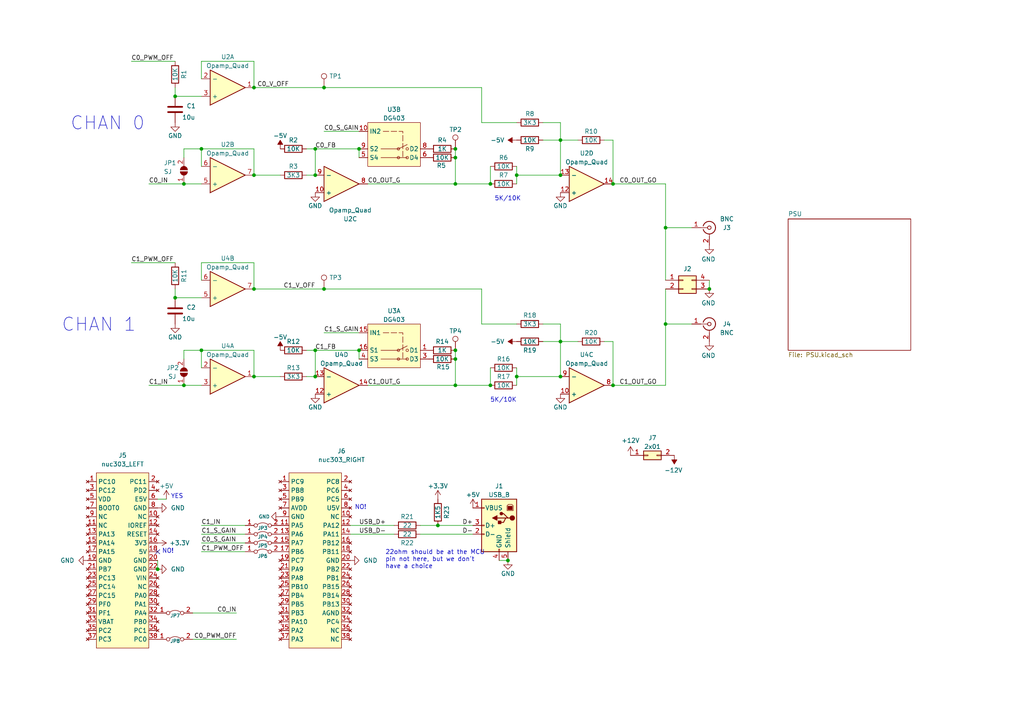
<source format=kicad_sch>
(kicad_sch (version 20231120) (generator "eeschema") (generator_version "8.0")
  (paper "A4")
  (lib_symbols
    (symbol "Connector:Conn_Coaxial" (pin_names (offset 1.016) hide)
      (property "Reference" "J" (at 0.254 3.048 0))
      (property "Value" "Conn_Coaxial" (at 2.921 0 90))
      (symbol "Conn_Coaxial_0_1"
        (arc (start -1.778 -0.508) (mid 0.2311 -1.8066) (end 1.778 0) (stroke (width 0.254)))
        (polyline (pts (xy -2.54 0) (xy -0.508 0)))
        (polyline (pts (xy 0 -2.54) (xy 0 -1.778)))
        (circle (center 0 0) (radius 0.508) (stroke (width 0.2032)))
        (arc (start 1.778 0) (mid 0.2099 1.8101) (end -1.778 0.508) (stroke (width 0.254)))
      )
      (symbol "Conn_Coaxial_1_1"
        (pin passive line (at -5.08 0 0) (length 2.54) (name "In") (number "1"))
        (pin passive line (at 0 -5.08 90) (length 2.54) (name "Ext") (number "2"))
      )
    )
    (symbol "Connector:TestPoint" (pin_numbers hide) (pin_names (offset 0.762) hide)
      (property "Reference" "TP" (at 0 6.858 0))
      (property "Value" "TestPoint" (at 0 5.08 0))
      (symbol "TestPoint_0_1"
        (circle (center 0 3.302) (radius 0.762))
      )
      (symbol "TestPoint_1_1"
        (pin passive line (at 0 0 90) (length 2.54) (name "1") (number "1"))
      )
    )
    (symbol "Connector:USB_B" (pin_names (offset 1.016))
      (property "Reference" "J" (at -5.08 11.43 0))
      (property "Value" "USB_B" (at -5.08 8.89 0))
      (symbol "USB_B_0_1"
        (rectangle (start -5.08 -7.62) (end 5.08 7.62) (stroke (width 0.254)) (fill (type background)))
        (circle (center -3.81 2.159) (radius 0.635) (stroke (width 0.254)) (fill (type outline)))
        (rectangle (start -3.81 5.588) (end -2.54 4.572) (fill (type outline)))
        (circle (center -0.635 3.429) (radius 0.381) (stroke (width 0.254)) (fill (type outline)))
        (rectangle (start -0.127 -7.62) (end 0.127 -6.858))
        (polyline (pts (xy -1.905 2.159) (xy 0.635 2.159)) (stroke (width 0.254)))
        (polyline (pts (xy -3.175 2.159) (xy -2.54 2.159) (xy -1.27 3.429) (xy -0.635 3.429)) (stroke (width 0.254)))
        (polyline (pts (xy -2.54 2.159) (xy -1.905 2.159) (xy -1.27 0.889) (xy 0 0.889)) (stroke (width 0.254)))
        (polyline (pts (xy 0.635 2.794) (xy 0.635 1.524) (xy 1.905 2.159) (xy 0.635 2.794)) (stroke (width 0.254)) (fill (type outline)))
        (polyline (pts (xy -4.064 4.318) (xy -2.286 4.318) (xy -2.286 5.715) (xy -2.667 6.096) (xy -3.683 6.096) (xy -4.064 5.715) (xy -4.064 4.318)))
        (rectangle (start 0.254 1.27) (end -0.508 0.508) (stroke (width 0.254)) (fill (type outline)))
        (rectangle (start 5.08 -2.667) (end 4.318 -2.413))
        (rectangle (start 5.08 -0.127) (end 4.318 0.127))
        (rectangle (start 5.08 4.953) (end 4.318 5.207))
      )
      (symbol "USB_B_1_1"
        (pin power_out line (at 7.62 5.08 180) (length 2.54) (name "VBUS") (number "1"))
        (pin bidirectional line (at 7.62 -2.54 180) (length 2.54) (name "D-") (number "2"))
        (pin bidirectional line (at 7.62 0 180) (length 2.54) (name "D+") (number "3"))
        (pin power_out line (at 0 -10.16 90) (length 2.54) (name "GND") (number "4"))
        (pin passive line (at -2.54 -10.16 90) (length 2.54) (name "Shield") (number "5"))
      )
    )
    (symbol "Connector_Generic:Conn_02x01" (pin_names (offset 1.016) hide)
      (property "Reference" "J" (at 1.27 2.54 0))
      (property "Value" "Conn_02x01" (at 1.27 -2.54 0))
      (symbol "Conn_02x01_1_1"
        (rectangle (start -1.27 0.127) (end 0 -0.127) (stroke (width 0.1524)))
        (rectangle (start -1.27 1.27) (end 3.81 -1.27) (stroke (width 0.254)) (fill (type background)))
        (rectangle (start 3.81 0.127) (end 2.54 -0.127) (stroke (width 0.1524)))
        (pin passive line (at -5.08 0 0) (length 3.81) (name "Pin_1") (number "1"))
        (pin passive line (at 7.62 0 180) (length 3.81) (name "Pin_2") (number "2"))
      )
    )
    (symbol "Connector_Generic:Conn_02x02_Counter_Clockwise" (pin_names (offset 1.016) hide)
      (property "Reference" "J" (at 1.27 2.54 0))
      (property "Value" "Conn_02x02_Counter_Clockwise" (at 1.27 -5.08 0))
      (symbol "Conn_02x02_Counter_Clockwise_1_1"
        (rectangle (start -1.27 -2.413) (end 0 -2.667) (stroke (width 0.1524)))
        (rectangle (start -1.27 0.127) (end 0 -0.127) (stroke (width 0.1524)))
        (rectangle (start -1.27 1.27) (end 3.81 -3.81) (stroke (width 0.254)) (fill (type background)))
        (rectangle (start 3.81 -2.413) (end 2.54 -2.667) (stroke (width 0.1524)))
        (rectangle (start 3.81 0.127) (end 2.54 -0.127) (stroke (width 0.1524)))
        (pin passive line (at -5.08 0 0) (length 3.81) (name "Pin_1") (number "1"))
        (pin passive line (at -5.08 -2.54 0) (length 3.81) (name "Pin_2") (number "2"))
        (pin passive line (at 7.62 -2.54 180) (length 3.81) (name "Pin_3") (number "3"))
        (pin passive line (at 7.62 0 180) (length 3.81) (name "Pin_4") (number "4"))
      )
    )
    (symbol "Device:C" (pin_numbers hide) (pin_names (offset 0.254))
      (property "Reference" "C" (at 0.635 2.54 0))
      (property "Value" "C" (at 0.635 -2.54 0))
      (symbol "C_0_1"
        (polyline (pts (xy -2.032 -0.762) (xy 2.032 -0.762)) (stroke (width 0.508)))
        (polyline (pts (xy -2.032 0.762) (xy 2.032 0.762)) (stroke (width 0.508)))
      )
      (symbol "C_1_1"
        (pin passive line (at 0 3.81 270) (length 2.794) (name "~") (number "1"))
        (pin passive line (at 0 -3.81 90) (length 2.794) (name "~") (number "2"))
      )
    )
    (symbol "Device:Opamp_Quad"
      (property "Reference" "U" (at 0 5.08 0))
      (property "Value" "Opamp_Quad" (at 0 -5.08 0))
      (symbol "Opamp_Quad_1_1"
        (polyline (pts (xy -5.08 5.08) (xy 5.08 0) (xy -5.08 -5.08) (xy -5.08 5.08)) (stroke (width 0.254)) (fill (type background)))
        (pin output line (at 7.62 0 180) (length 2.54) (name "~") (number "1"))
        (pin input line (at -7.62 -2.54 0) (length 2.54) (name "-") (number "2"))
        (pin input line (at -7.62 2.54 0) (length 2.54) (name "+") (number "3"))
      )
      (symbol "Opamp_Quad_2_1"
        (polyline (pts (xy -5.08 5.08) (xy 5.08 0) (xy -5.08 -5.08) (xy -5.08 5.08)) (stroke (width 0.254)) (fill (type background)))
        (pin input line (at -7.62 2.54 0) (length 2.54) (name "+") (number "5"))
        (pin input line (at -7.62 -2.54 0) (length 2.54) (name "-") (number "6"))
        (pin output line (at 7.62 0 180) (length 2.54) (name "~") (number "7"))
      )
      (symbol "Opamp_Quad_3_1"
        (polyline (pts (xy -5.08 5.08) (xy 5.08 0) (xy -5.08 -5.08) (xy -5.08 5.08)) (stroke (width 0.254)) (fill (type background)))
        (pin input line (at -7.62 2.54 0) (length 2.54) (name "+") (number "10"))
        (pin output line (at 7.62 0 180) (length 2.54) (name "~") (number "8"))
        (pin input line (at -7.62 -2.54 0) (length 2.54) (name "-") (number "9"))
      )
      (symbol "Opamp_Quad_4_1"
        (polyline (pts (xy -5.08 5.08) (xy 5.08 0) (xy -5.08 -5.08) (xy -5.08 5.08)) (stroke (width 0.254)) (fill (type background)))
        (pin input line (at -7.62 2.54 0) (length 2.54) (name "+") (number "12"))
        (pin input line (at -7.62 -2.54 0) (length 2.54) (name "-") (number "13"))
        (pin output line (at 7.62 0 180) (length 2.54) (name "~") (number "14"))
      )
      (symbol "Opamp_Quad_5_1"
        (pin power_in line (at -2.54 -7.62 90) (length 3.81) (name "V-") (number "11"))
        (pin power_in line (at -2.54 7.62 270) (length 3.81) (name "V+") (number "4"))
      )
    )
    (symbol "Device:R" (pin_numbers hide) (pin_names (offset 0))
      (property "Reference" "R" (at 2.032 0 90))
      (property "Value" "R" (at 0 0 90))
      (symbol "R_0_1"
        (rectangle (start -1.016 -2.54) (end 1.016 2.54) (stroke (width 0.254)))
      )
      (symbol "R_1_1"
        (pin passive line (at 0 3.81 270) (length 1.27) (name "~") (number "1"))
        (pin passive line (at 0 -3.81 90) (length 1.27) (name "~") (number "2"))
      )
    )
    (symbol "Jumper:Jumper_2_Bridged" (pin_names (offset 0) hide)
      (property "Reference" "JP" (at 0 1.905 0))
      (property "Value" "Jumper_2_Bridged" (at 0 -2.54 0))
      (symbol "Jumper_2_Bridged_0_0"
        (circle (center -2.032 0) (radius 0.508))
        (circle (center 2.032 0) (radius 0.508))
      )
      (symbol "Jumper_2_Bridged_0_1"
        (arc (start 1.524 0.254) (mid 0 0.762) (end -1.524 0.254))
      )
      (symbol "Jumper_2_Bridged_1_1"
        (pin passive line (at -5.08 0 0) (length 2.54) (name "A") (number "1"))
        (pin passive line (at 5.08 0 180) (length 2.54) (name "B") (number "2"))
      )
    )
    (symbol "Jumper:SolderJumper_2_Open" (pin_names (offset 0) hide)
      (property "Reference" "JP" (at 0 2.032 0))
      (property "Value" "SolderJumper_2_Open" (at 0 -2.54 0))
      (symbol "SolderJumper_2_Open_0_1"
        (arc (start -0.254 1.016) (mid -1.2656 0) (end -0.254 -1.016))
        (arc (start -0.254 1.016) (mid -1.2656 0) (end -0.254 -1.016) (fill (type outline)))
        (polyline (pts (xy -0.254 1.016) (xy -0.254 -1.016)))
        (polyline (pts (xy 0.254 1.016) (xy 0.254 -1.016)))
        (arc (start 0.254 -1.016) (mid 1.2656 0) (end 0.254 1.016))
        (arc (start 0.254 -1.016) (mid 1.2656 0) (end 0.254 1.016) (fill (type outline)))
      )
      (symbol "SolderJumper_2_Open_1_1"
        (pin passive line (at -3.81 0 0) (length 2.54) (name "A") (number "1"))
        (pin passive line (at 3.81 0 180) (length 2.54) (name "B") (number "2"))
      )
    )
    (symbol "awg_lib:DG403"
      (property "Reference" "U" (at -1.905 1.27 0))
      (property "Value" "DG403" (at -1.27 -0.635 0))
      (symbol "DG403_1_1"
        (rectangle (start -17.78 -2.54) (end -2.54 -15.24) (fill (type background)))
        (circle (center -8.89 -12.7) (radius 0.3592))
        (circle (center -8.89 -10.16) (radius 0.3592))
        (circle (center -6.35 -12.7) (radius 0.3592))
        (circle (center -6.35 -10.16) (radius 0.3592))
        (polyline (pts (xy -13.97 -12.7) (xy -8.89 -12.7)))
        (polyline (pts (xy -13.97 -10.16) (xy -8.89 -10.16)))
        (polyline (pts (xy -8.89 -12.7) (xy -6.35 -12.7)))
        (polyline (pts (xy -8.89 -10.16) (xy -6.35 -8.89)))
        (polyline (pts (xy -13.335 -5.08) (xy -7.62 -5.08) (xy -7.62 -12.7)) (stroke (width 0) (type dash)))
        (pin input line (at 0 -10.16 180) (length 2.54) (name "D1") (number "1"))
        (pin input line (at -20.32 -5.08 0) (length 2.54) (name "IN1") (number "15"))
        (pin input line (at -20.32 -10.16 0) (length 2.54) (name "S1") (number "16"))
        (pin input line (at 0 -12.7 180) (length 2.54) (name "D3") (number "3"))
        (pin input line (at -20.32 -12.7 0) (length 2.54) (name "S3") (number "4"))
      )
      (symbol "DG403_2_1"
        (rectangle (start -7.62 -2.54) (end 7.62 -15.24) (fill (type background)))
        (polyline (pts (xy -3.81 -12.7) (xy 1.27 -12.7)))
        (polyline (pts (xy -3.81 -10.16) (xy 1.27 -10.16)))
        (polyline (pts (xy 1.27 -12.7) (xy 3.81 -12.7)))
        (polyline (pts (xy 1.27 -10.16) (xy 3.81 -8.89)))
        (polyline (pts (xy -3.175 -5.08) (xy 2.54 -5.08) (xy 2.54 -12.7)) (stroke (width 0) (type dash)))
        (circle (center 1.27 -12.7) (radius 0.3592))
        (circle (center 1.27 -10.16) (radius 0.3592))
        (circle (center 3.81 -12.7) (radius 0.3592))
        (circle (center 3.81 -10.16) (radius 0.3592))
        (pin input line (at -10.16 -5.08 0) (length 2.54) (name "IN2") (number "10"))
        (pin input line (at -10.16 -12.7 0) (length 2.54) (name "S4") (number "5"))
        (pin input line (at 10.16 -12.7 180) (length 2.54) (name "D4") (number "6"))
        (pin input line (at 10.16 -10.16 180) (length 2.54) (name "D2") (number "8"))
        (pin input line (at -10.16 -10.16 0) (length 2.54) (name "S2") (number "9"))
      )
      (symbol "DG403_3_0"
        (pin no_connect line (at 7.62 -12.7 180) (length 2.54) hide (name "NC") (number "2"))
        (pin no_connect line (at -10.16 -12.7 0) (length 2.54) hide (name "NC") (number "7"))
      )
      (symbol "DG403_3_1"
        (rectangle (start -7.62 -7.62) (end 5.08 -17.78) (fill (type background)))
        (pin power_in line (at 2.54 -5.08 270) (length 2.54) (name "V+") (number "11"))
        (pin power_in line (at -5.08 -5.08 270) (length 2.54) (name "VL") (number "12"))
        (pin power_in line (at -5.08 -20.32 90) (length 2.54) (name "GND") (number "13"))
        (pin power_in line (at 2.54 -20.32 90) (length 2.54) (name "V-") (number "14"))
      )
    )
    (symbol "awg_lib:nuc303_LEFT"
      (property "Reference" "J" (at 0 2.54 0))
      (property "Value" "nuc303_LEFT" (at 0 5.08 0))
      (symbol "nuc303_LEFT_0_0"
        (pin no_connect line (at -10.16 -2.54 0) (length 2.54) (name "PC10") (number "1"))
        (pin no_connect line (at 10.16 -12.7 180) (length 2.54) (name "NC") (number "10"))
        (pin no_connect line (at -10.16 -15.24 0) (length 2.54) (name "NC") (number "11"))
        (pin no_connect line (at 10.16 -15.24 180) (length 2.54) (name "IOREF") (number "12"))
        (pin no_connect line (at -10.16 -17.78 0) (length 2.54) (name "PA13") (number "13"))
        (pin no_connect line (at 10.16 -17.78 180) (length 2.54) (name "RESET") (number "14"))
        (pin no_connect line (at -10.16 -20.32 0) (length 2.54) (name "PA14") (number "15"))
        (pin power_out line (at 10.16 -20.32 180) (length 2.54) (name "3V3") (number "16"))
        (pin no_connect line (at -10.16 -22.86 0) (length 2.54) (name "PA15") (number "17"))
        (pin power_out line (at 10.16 -22.86 180) (length 2.54) (name "5V") (number "18"))
        (pin power_in line (at -10.16 -25.4 0) (length 2.54) (name "GND") (number "19"))
        (pin no_connect line (at 10.16 -2.54 180) (length 2.54) (name "PC11") (number "2"))
        (pin power_in line (at 10.16 -25.4 180) (length 2.54) (name "GND") (number "20"))
        (pin no_connect line (at -10.16 -27.94 0) (length 2.54) (name "PB7") (number "21"))
        (pin power_in line (at 10.16 -27.94 180) (length 2.54) (name "GND") (number "22"))
        (pin no_connect line (at -10.16 -30.48 0) (length 2.54) (name "PC13") (number "23"))
        (pin no_connect line (at 10.16 -30.48 180) (length 2.54) (name "VIN") (number "24"))
        (pin no_connect line (at -10.16 -33.02 0) (length 2.54) (name "PC14") (number "25"))
        (pin no_connect line (at 10.16 -33.02 180) (length 2.54) (name "NC") (number "26"))
        (pin no_connect line (at -10.16 -35.56 0) (length 2.54) (name "PC15") (number "27"))
        (pin no_connect line (at 10.16 -35.56 180) (length 2.54) (name "PA0") (number "28"))
        (pin no_connect line (at -10.16 -38.1 0) (length 2.54) (name "PF0") (number "29"))
        (pin no_connect line (at -10.16 -5.08 0) (length 2.54) (name "PC12") (number "3"))
        (pin no_connect line (at 10.16 -38.1 180) (length 2.54) (name "PA1") (number "30"))
        (pin no_connect line (at -10.16 -40.64 0) (length 2.54) (name "PF1") (number "31"))
        (pin output line (at 10.16 -40.64 180) (length 2.54) (name "PA4") (number "32"))
        (pin no_connect line (at -10.16 -43.18 0) (length 2.54) (name "VBAT") (number "33"))
        (pin no_connect line (at 10.16 -43.18 180) (length 2.54) (name "PB0") (number "34"))
        (pin no_connect line (at -10.16 -45.72 0) (length 2.54) (name "PC2") (number "35"))
        (pin no_connect line (at 10.16 -45.72 180) (length 2.54) (name "PC1") (number "36"))
        (pin no_connect line (at -10.16 -48.26 0) (length 2.54) (name "PC3") (number "37"))
        (pin no_connect line (at 10.16 -5.08 180) (length 2.54) (name "PD2") (number "4"))
        (pin no_connect line (at -10.16 -7.62 0) (length 2.54) (name "VDD") (number "5"))
        (pin power_in line (at 10.16 -7.62 180) (length 2.54) (name "E5V") (number "6"))
        (pin no_connect line (at -10.16 -10.16 0) (length 2.54) (name "BOOT0") (number "7"))
        (pin power_in line (at 10.16 -10.16 180) (length 2.54) (name "GND") (number "8"))
        (pin no_connect line (at -10.16 -12.7 0) (length 2.54) (name "NC") (number "9"))
      )
      (symbol "nuc303_LEFT_1_0"
        (pin output line (at 10.16 -48.26 180) (length 2.54) (name "PC0") (number "38"))
      )
      (symbol "nuc303_LEFT_1_1"
        (rectangle (start -7.62 0) (end 7.62 -50.8) (fill (type background)))
      )
    )
    (symbol "awg_lib:nuc303_RIGHT"
      (property "Reference" "J" (at 1.27 3.81 0))
      (property "Value" "nuc303_RIGHT" (at 0 7.62 0))
      (symbol "nuc303_RIGHT_0_0"
        (pin no_connect line (at -7.62 -2.54 0) (length 2.54) (name "PC9") (number "1"))
        (pin no_connect line (at 12.7 -12.7 180) (length 2.54) (name "NC") (number "10"))
        (pin no_connect line (at 12.7 -20.32 180) (length 2.54) (name "PB12") (number "16"))
        (pin no_connect line (at 12.7 -22.86 180) (length 2.54) (name "PB11") (number "18"))
        (pin no_connect line (at -7.62 -25.4 0) (length 2.54) (name "PC7") (number "19"))
        (pin no_connect line (at 12.7 -2.54 180) (length 2.54) (name "PC8") (number "2"))
        (pin power_in line (at 12.7 -25.4 180) (length 2.54) (name "GND") (number "20"))
        (pin no_connect line (at -7.62 -27.94 0) (length 2.54) (name "PA9") (number "21"))
        (pin no_connect line (at 12.7 -27.94 180) (length 2.54) (name "PB2") (number "22"))
        (pin no_connect line (at -7.62 -30.48 0) (length 2.54) (name "PA8") (number "23"))
        (pin no_connect line (at 12.7 -30.48 180) (length 2.54) (name "PB1") (number "24"))
        (pin no_connect line (at -7.62 -33.02 0) (length 2.54) (name "PB10") (number "25"))
        (pin no_connect line (at 12.7 -33.02 180) (length 2.54) (name "PB15") (number "26"))
        (pin no_connect line (at -7.62 -35.56 0) (length 2.54) (name "PB4") (number "27"))
        (pin no_connect line (at 12.7 -35.56 180) (length 2.54) (name "PB14") (number "28"))
        (pin no_connect line (at -7.62 -38.1 0) (length 2.54) (name "PB5") (number "29"))
        (pin no_connect line (at -7.62 -5.08 0) (length 2.54) (name "PB8") (number "3"))
        (pin no_connect line (at 12.7 -38.1 180) (length 2.54) (name "PB13") (number "30"))
        (pin no_connect line (at -7.62 -40.64 0) (length 2.54) (name "PB3") (number "31"))
        (pin no_connect line (at 12.7 -40.64 180) (length 2.54) (name "AGND") (number "32"))
        (pin no_connect line (at -7.62 -43.18 0) (length 2.54) (name "PA10") (number "33"))
        (pin no_connect line (at 12.7 -43.18 180) (length 2.54) (name "PC4") (number "34"))
        (pin no_connect line (at -7.62 -45.72 0) (length 2.54) (name "PA2") (number "35"))
        (pin no_connect line (at 12.7 -45.72 180) (length 2.54) (name "NC") (number "36"))
        (pin no_connect line (at -7.62 -48.26 0) (length 2.54) (name "PA3") (number "37"))
        (pin no_connect line (at 12.7 -48.26 180) (length 2.54) (name "NC") (number "38"))
        (pin no_connect line (at 12.7 -5.08 180) (length 2.54) (name "PC6") (number "4"))
        (pin no_connect line (at -7.62 -7.62 0) (length 2.54) (name "PB9") (number "5"))
        (pin no_connect line (at 12.7 -7.62 180) (length 2.54) (name "PC5") (number "6"))
        (pin no_connect line (at -7.62 -10.16 0) (length 2.54) (name "AVDD") (number "7"))
        (pin no_connect line (at 12.7 -10.16 180) (length 2.54) (name "U5V") (number "8"))
        (pin power_in line (at -7.62 -12.7 0) (length 2.54) (name "GND") (number "9"))
      )
      (symbol "nuc303_RIGHT_1_0"
        (pin output line (at -7.62 -15.24 0) (length 2.54) (name "PA5") (number "11"))
        (pin input line (at 12.7 -15.24 180) (length 2.54) (name "PA12") (number "12"))
        (pin output line (at -7.62 -17.78 0) (length 2.54) (name "PA6") (number "13"))
        (pin input line (at 12.7 -17.78 180) (length 2.54) (name "PA11") (number "14"))
        (pin output line (at -7.62 -20.32 0) (length 2.54) (name "PA7") (number "15"))
        (pin output line (at -7.62 -22.86 0) (length 2.54) (name "PB6") (number "17"))
      )
      (symbol "nuc303_RIGHT_1_1"
        (rectangle (start -5.08 0) (end 10.16 -50.8) (fill (type background)))
      )
    )
    (symbol "power:+12V" (power) (pin_names (offset 0))
      (property "Value" "+12V" (at 0 3.556 0))
      (symbol "+12V_0_1"
        (polyline (pts (xy -0.762 1.27) (xy 0 2.54)))
        (polyline (pts (xy 0 0) (xy 0 2.54)))
        (polyline (pts (xy 0 2.54) (xy 0.762 1.27)))
      )
      (symbol "+12V_1_1"
        (pin power_in line (at 0 0 90) (length 0) hide (name "+12V") (number "1"))
      )
    )
    (symbol "power:+3.3V" (power) (pin_names (offset 0))
      (property "Value" "+3.3V" (at 0 3.556 0))
      (symbol "+3.3V_0_1"
        (polyline (pts (xy -0.762 1.27) (xy 0 2.54)))
        (polyline (pts (xy 0 0) (xy 0 2.54)))
        (polyline (pts (xy 0 2.54) (xy 0.762 1.27)))
      )
      (symbol "+3.3V_1_1"
        (pin power_in line (at 0 0 90) (length 0) hide (name "+3.3V") (number "1"))
      )
    )
    (symbol "power:+5V" (power) (pin_names (offset 0))
      (property "Value" "+5V" (at 0 3.556 0))
      (symbol "+5V_0_1"
        (polyline (pts (xy -0.762 1.27) (xy 0 2.54)))
        (polyline (pts (xy 0 0) (xy 0 2.54)))
        (polyline (pts (xy 0 2.54) (xy 0.762 1.27)))
      )
      (symbol "+5V_1_1"
        (pin power_in line (at 0 0 90) (length 0) hide (name "+5V") (number "1"))
      )
    )
    (symbol "power:-12V" (power) (pin_names (offset 0))
      (property "Value" "-12V" (at 0 3.81 0))
      (symbol "-12V_0_0"
        (pin power_in line (at 0 0 90) (length 0) hide (name "-12V") (number "1"))
      )
      (symbol "-12V_0_1"
        (polyline (pts (xy 0 0) (xy 0 1.27) (xy 0.762 1.27) (xy 0 2.54) (xy -0.762 1.27) (xy 0 1.27)) (fill (type outline)))
      )
    )
    (symbol "power:-5V" (power) (pin_names (offset 0))
      (property "Value" "-5V" (at 0 3.81 0))
      (symbol "-5V_0_0"
        (pin power_in line (at 0 0 90) (length 0) hide (name "-5V") (number "1"))
      )
      (symbol "-5V_0_1"
        (polyline (pts (xy 0 0) (xy 0 1.27) (xy 0.762 1.27) (xy 0 2.54) (xy -0.762 1.27) (xy 0 1.27)) (fill (type outline)))
      )
    )
    (symbol "power:GND" (power) (pin_names (offset 0))
      (property "Value" "GND" (at 0 -3.81 0))
      (symbol "GND_0_1"
        (polyline (pts (xy 0 0) (xy 0 -1.27) (xy 1.27 -1.27) (xy 0 -2.54) (xy -1.27 -1.27) (xy 0 -1.27)))
      )
      (symbol "GND_1_1"
        (pin power_in line (at 0 0 270) (length 0) hide (name "GND") (number "1"))
      )
    )
  )
  (junction (at 162.56 99.06))
  (junction (at 53.34 111.76))
  (junction (at 91.44 43.18))
  (junction (at 50.8 27.94))
  (junction (at 177.8 111.76))
  (junction (at 91.44 101.6))
  (junction (at 205.74 83.82))
  (junction (at 132.08 111.76))
  (junction (at 162.56 109.22))
  (junction (at 93.98 83.82))
  (junction (at 132.08 101.6))
  (junction (at 193.04 66.04))
  (junction (at 162.56 50.8))
  (junction (at 91.44 109.22))
  (junction (at 50.8 86.36))
  (junction (at 73.66 25.4))
  (junction (at 91.44 50.8))
  (junction (at 93.98 25.4))
  (junction (at 149.86 50.8))
  (junction (at 127 152.4))
  (junction (at 149.86 109.22))
  (junction (at 45.72 165.1))
  (junction (at 73.66 83.82))
  (junction (at 177.8 53.34))
  (junction (at 193.04 93.98))
  (junction (at 58.42 43.18))
  (junction (at 104.14 43.18))
  (junction (at 132.08 104.14))
  (junction (at 162.56 40.64))
  (junction (at 53.34 53.34))
  (junction (at 142.24 111.76))
  (junction (at 58.42 101.6))
  (junction (at 147.32 162.56))
  (junction (at 73.66 109.22))
  (junction (at 104.14 101.6))
  (junction (at 142.24 53.34))
  (junction (at 132.08 45.72))
  (junction (at 73.66 50.8))
  (junction (at 132.08 43.18))
  (junction (at 132.08 53.34))
  (no_connect (at 45.72 160.02))
  (wire (pts (xy 50.8 86.36) (xy 58.42 86.36)))
  (wire (pts (xy 58.42 17.78) (xy 73.66 17.78)))
  (wire (pts (xy 157.48 93.98) (xy 162.56 93.98)))
  (wire (pts (xy 58.42 81.28) (xy 58.42 76.2)))
  (wire (pts (xy 53.34 43.18) (xy 58.42 43.18)))
  (wire (pts (xy 68.58 177.8) (xy 55.88 177.8)))
  (wire (pts (xy 149.86 106.68) (xy 149.86 109.22)))
  (wire (pts (xy 50.8 27.94) (xy 58.42 27.94)))
  (wire (pts (xy 53.34 101.6) (xy 58.42 101.6)))
  (wire (pts (xy 43.18 111.76) (xy 53.34 111.76)))
  (wire (pts (xy 53.34 43.18) (xy 53.34 45.72)))
  (wire (pts (xy 205.74 83.82) (xy 205.74 81.28)))
  (wire (pts (xy 58.42 43.18) (xy 73.66 43.18)))
  (wire (pts (xy 73.66 17.78) (xy 73.66 25.4)))
  (wire (pts (xy 91.44 101.6) (xy 91.44 109.22)))
  (wire (pts (xy 114.3 154.94) (xy 101.6 154.94)))
  (wire (pts (xy 73.66 43.18) (xy 73.66 50.8)))
  (wire (pts (xy 132.08 45.72) (xy 132.08 53.34)))
  (wire (pts (xy 73.66 101.6) (xy 73.66 109.22)))
  (wire (pts (xy 149.86 109.22) (xy 149.86 111.76)))
  (wire (pts (xy 73.66 25.4) (xy 93.98 25.4)))
  (wire (pts (xy 73.66 109.22) (xy 81.28 109.22)))
  (wire (pts (xy 58.42 157.48) (xy 71.12 157.48)))
  (wire (pts (xy 106.68 53.34) (xy 132.08 53.34)))
  (wire (pts (xy 162.56 35.56) (xy 162.56 40.64)))
  (wire (pts (xy 177.8 99.06) (xy 177.8 111.76)))
  (wire (pts (xy 139.7 93.98) (xy 149.86 93.98)))
  (wire (pts (xy 142.24 106.68) (xy 142.24 111.76)))
  (wire (pts (xy 162.56 93.98) (xy 162.56 99.06)))
  (wire (pts (xy 127 152.4) (xy 121.92 152.4)))
  (wire (pts (xy 58.42 152.4) (xy 71.12 152.4)))
  (wire (pts (xy 93.98 96.52) (xy 104.14 96.52)))
  (wire (pts (xy 91.44 43.18) (xy 104.14 43.18)))
  (wire (pts (xy 88.9 101.6) (xy 91.44 101.6)))
  (wire (pts (xy 50.8 25.4) (xy 50.8 27.94)))
  (wire (pts (xy 93.98 25.4) (xy 139.7 25.4)))
  (wire (pts (xy 38.1 76.2) (xy 50.8 76.2)))
  (wire (pts (xy 38.1 17.78) (xy 50.8 17.78)))
  (wire (pts (xy 88.9 43.18) (xy 91.44 43.18)))
  (wire (pts (xy 104.14 101.6) (xy 104.14 104.14)))
  (wire (pts (xy 93.98 38.1) (xy 104.14 38.1)))
  (wire (pts (xy 73.66 50.8) (xy 81.28 50.8)))
  (wire (pts (xy 147.32 162.56) (xy 144.78 162.56)))
  (wire (pts (xy 193.04 66.04) (xy 193.04 81.28)))
  (wire (pts (xy 162.56 99.06) (xy 157.48 99.06)))
  (wire (pts (xy 55.88 185.42) (xy 68.58 185.42)))
  (wire (pts (xy 58.42 154.94) (xy 71.12 154.94)))
  (wire (pts (xy 175.26 40.64) (xy 177.8 40.64)))
  (wire (pts (xy 193.04 93.98) (xy 193.04 111.76)))
  (wire (pts (xy 58.42 76.2) (xy 73.66 76.2)))
  (wire (pts (xy 139.7 83.82) (xy 139.7 93.98)))
  (wire (pts (xy 93.98 83.82) (xy 139.7 83.82)))
  (wire (pts (xy 149.86 50.8) (xy 162.56 50.8)))
  (wire (pts (xy 193.04 66.04) (xy 200.66 66.04)))
  (wire (pts (xy 50.8 83.82) (xy 50.8 86.36)))
  (wire (pts (xy 104.14 43.18) (xy 104.14 45.72)))
  (wire (pts (xy 73.66 76.2) (xy 73.66 83.82)))
  (wire (pts (xy 162.56 40.64) (xy 157.48 40.64)))
  (wire (pts (xy 177.8 40.64) (xy 177.8 53.34)))
  (wire (pts (xy 177.8 53.34) (xy 193.04 53.34)))
  (wire (pts (xy 58.42 106.68) (xy 58.42 101.6)))
  (wire (pts (xy 121.92 154.94) (xy 137.16 154.94)))
  (wire (pts (xy 139.7 25.4) (xy 139.7 35.56)))
  (wire (pts (xy 175.26 99.06) (xy 177.8 99.06)))
  (wire (pts (xy 193.04 53.34) (xy 193.04 66.04)))
  (wire (pts (xy 91.44 101.6) (xy 104.14 101.6)))
  (wire (pts (xy 132.08 104.14) (xy 132.08 111.76)))
  (wire (pts (xy 149.86 50.8) (xy 149.86 53.34)))
  (wire (pts (xy 132.08 43.18) (xy 132.08 45.72)))
  (wire (pts (xy 162.56 109.22) (xy 162.56 99.06)))
  (wire (pts (xy 162.56 109.22) (xy 149.86 109.22)))
  (wire (pts (xy 58.42 101.6) (xy 73.66 101.6)))
  (wire (pts (xy 127 152.4) (xy 137.16 152.4)))
  (wire (pts (xy 45.72 165.1) (xy 45.72 162.56)))
  (wire (pts (xy 193.04 83.82) (xy 193.04 93.98)))
  (wire (pts (xy 88.9 50.8) (xy 91.44 50.8)))
  (wire (pts (xy 142.24 48.26) (xy 142.24 53.34)))
  (wire (pts (xy 114.3 152.4) (xy 101.6 152.4)))
  (wire (pts (xy 88.9 109.22) (xy 91.44 109.22)))
  (wire (pts (xy 132.08 101.6) (xy 132.08 104.14)))
  (wire (pts (xy 43.18 53.34) (xy 53.34 53.34)))
  (wire (pts (xy 53.34 101.6) (xy 53.34 104.14)))
  (wire (pts (xy 132.08 111.76) (xy 142.24 111.76)))
  (wire (pts (xy 91.44 43.18) (xy 91.44 50.8)))
  (wire (pts (xy 200.66 93.98) (xy 193.04 93.98)))
  (wire (pts (xy 132.08 53.34) (xy 142.24 53.34)))
  (wire (pts (xy 58.42 22.86) (xy 58.42 17.78)))
  (wire (pts (xy 73.66 83.82) (xy 93.98 83.82)))
  (wire (pts (xy 48.26 144.78) (xy 45.72 144.78)))
  (wire (pts (xy 58.42 48.26) (xy 58.42 43.18)))
  (wire (pts (xy 139.7 35.56) (xy 149.86 35.56)))
  (wire (pts (xy 106.68 111.76) (xy 132.08 111.76)))
  (wire (pts (xy 58.42 160.02) (xy 71.12 160.02)))
  (wire (pts (xy 162.56 40.64) (xy 162.56 50.8)))
  (wire (pts (xy 162.56 99.06) (xy 167.64 99.06)))
  (wire (pts (xy 149.86 48.26) (xy 149.86 50.8)))
  (wire (pts (xy 162.56 40.64) (xy 167.64 40.64)))
  (wire (pts (xy 53.34 111.76) (xy 58.42 111.76)))
  (wire (pts (xy 53.34 53.34) (xy 58.42 53.34)))
  (wire (pts (xy 177.8 111.76) (xy 193.04 111.76)))
  (wire (pts (xy 157.48 35.56) (xy 162.56 35.56)))
  (text "CHAN 1" (at 17.78 96.52 0) (effects (font (size 3.81 3.81)) (justify left bottom)))
  (text "22ohm should be at the MCU\npin not here, but we don't\nhave a choice" (at 111.76 165.1 0) (effects (font (size 1.27 1.27)) (justify left bottom)))
  (text "NO!\n" (at 46.99 160.655 0) (effects (font (size 1.27 1.27)) (justify left bottom)))
  (text "YES" (at 49.53 144.78 0) (effects (font (size 1.27 1.27)) (justify left bottom)))
  (text "5K/10K" (at 149.86 116.84 0) (effects (font (size 1.27 1.27)) (justify right bottom)))
  (text "5K/10K" (at 151.13 58.42 0) (effects (font (size 1.27 1.27)) (justify right bottom)))
  (text "CHAN 0" (at 20.32 38.1 0) (effects (font (size 3.81 3.81)) (justify left bottom)))
  (text "NO!\n" (at 102.87 147.955 0) (effects (font (size 1.27 1.27)) (justify left bottom)))
  (label "C0_V_OFF" (at 83.82 25.4 180))
  (label "C0_OUT_GO" (at 190.5 53.34 180))
  (label "C0_PWM_OFF" (at 38.1 17.78 0))
  (label "C0_PWM_OFF" (at 68.58 185.42 180))
  (label "C0_IN" (at 43.18 53.34 0))
  (label "C1_IN" (at 58.42 152.4 0))
  (label "D+" (at 137.16 152.4 180))
  (label "USB_D+" (at 104.14 152.4 0))
  (label "C1_PWM_OFF" (at 58.42 160.02 0))
  (label "C1_PWM_OFF" (at 38.1 76.2 0))
  (label "C1_FB" (at 91.44 101.6 0))
  (label "C0_IN" (at 68.58 177.8 180))
  (label "C1_OUT_G" (at 106.68 111.76 0))
  (label "C0_S_GAIN" (at 93.98 38.1 0))
  (label "USB_D-" (at 104.14 154.94 0))
  (label "C1_S_GAIN" (at 58.42 154.94 0))
  (label "C1_IN" (at 43.18 111.76 0))
  (label "C0_FB" (at 91.44 43.18 0))
  (label "C1_OUT_GO" (at 190.5 111.76 180))
  (label "D-" (at 137.16 154.94 180))
  (label "C0_OUT_G" (at 106.68 53.34 0))
  (label "C1_V_OFF" (at 91.44 83.82 180))
  (label "C1_S_GAIN" (at 93.98 96.52 0))
  (label "C0_S_GAIN" (at 58.42 157.48 0))
  (symbol (lib_id "Device:Opamp_Quad") (at 170.18 111.76 0) (mirror x) (unit 3)
    (property "Reference" "U4" (at 170.18 102.87 0))
    (property "Value" "Opamp_Quad" (at 170.18 105.41 0))
    (property "Footprint" "awg_fp_lib:SOIC-14" (effects (hide yes)))
  )
  (symbol (lib_id "Device:R") (at 50.8 21.59 0) (unit 1)
    (property "Reference" "R1" (at 53.34 21.59 90))
    (property "Value" "10K" (at 50.8 21.59 90))
    (property "Footprint" "Resistor_SMD:R_0603_1608Metric" (effects (hide yes)))
  )
  (symbol (lib_id "awg_lib:nuc303_LEFT") (at 35.56 137.16 0) (unit 1)
    (property "Reference" "J5" (at 35.56 132.08 0))
    (property "Value" "nuc303_LEFT" (at 35.56 134.62 0))
    (property "Footprint" "Connector_PinHeader_2.54mm:PinHeader_2x19_P2.54mm_Vertical" (effects (hide yes)))
  )
  (symbol (lib_id "Device:R") (at 128.27 104.14 270) (mirror x) (unit 1)
    (property "Reference" "R15" (at 128.524 106.426 90))
    (property "Value" "10K" (at 128.27 104.14 90))
    (property "Footprint" "Resistor_SMD:R_0603_1608Metric" (effects (hide yes)))
  )
  (symbol (lib_id "power:GND") (at 162.56 55.88 0) (unit 1)
    (property "Reference" "#PWR01019" (effects (hide yes)))
    (property "Value" "GND" (at 164.592 59.69 0) (effects (justify right)))
  )
  (symbol (lib_id "power:GND") (at 81.28 149.86 270) (unit 1)
    (property "Reference" "#PWR01010" (effects (hide yes)))
    (property "Value" "GND" (at 78.232 149.86 90) (effects (font (size 1 1)) (justify right)))
  )
  (symbol (lib_id "Jumper:Jumper_2_Bridged") (at 76.2 157.48 0) (unit 1)
    (property "Reference" "JP5" (at 76.2 158.242 0) (effects (font (size 1 1))))
    (property "Value" "JP" (effects (hide yes)))
    (property "Footprint" "Jumper:SolderJumper-2_P1.3mm_Bridged_RoundedPad1.0x1.5mm" (effects (hide yes)))
  )
  (symbol (lib_id "Connector_Generic:Conn_02x02_Counter_Clockwise") (at 198.12 81.28 0) (unit 1)
    (property "Reference" "J2" (at 199.39 77.978 0))
    (property "Value" "02x02" (effects (hide yes)))
    (property "Footprint" "awg_fp_lib:2x02" (effects (hide yes)))
  )
  (symbol (lib_id "power:GND") (at 25.4 162.56 270) (unit 1)
    (property "Reference" "#PWR01001" (effects (hide yes)))
    (property "Value" "GND" (at 21.59 162.56 90) (effects (justify right)))
  )
  (symbol (lib_id "power:-5V") (at 81.28 43.18 0) (unit 1)
    (property "Reference" "#PWR01008" (effects (hide yes)))
    (property "Value" "-5V" (at 83.312 39.37 0) (effects (justify right)))
  )
  (symbol (lib_id "power:+5V") (at 48.26 144.78 0) (unit 1)
    (property "Reference" "#PWR01005" (effects (hide yes)))
    (property "Value" "+5V" (at 48.26 140.97 0))
  )
  (symbol (lib_id "power:GND") (at 91.44 114.3 0) (unit 1)
    (property "Reference" "#PWR01012" (effects (hide yes)))
    (property "Value" "GND" (at 93.472 118.11 0) (effects (justify right)))
  )
  (symbol (lib_id "Device:R") (at 128.27 45.72 90) (unit 1)
    (property "Reference" "R5" (at 128.016 48.006 90))
    (property "Value" "10K" (at 128.27 45.72 90))
    (property "Footprint" "Resistor_SMD:R_0603_1608Metric" (effects (hide yes)))
  )
  (symbol (lib_id "power:-5V") (at 149.86 99.06 90) (unit 1)
    (property "Reference" "#PWR01018" (effects (hide yes)))
    (property "Value" "-5V" (at 142.24 99.06 90) (effects (justify right)))
  )
  (symbol (lib_id "Device:Opamp_Quad") (at 66.04 83.82 0) (mirror x) (unit 2)
    (property "Reference" "U4" (at 66.04 74.93 0))
    (property "Value" "Opamp_Quad" (at 66.04 77.47 0))
    (property "Footprint" "awg_fp_lib:SOIC-14" (effects (hide yes)))
  )
  (symbol (lib_id "Device:R") (at 127 148.59 0) (mirror x) (unit 1)
    (property "Reference" "R23" (at 129.54 148.59 90))
    (property "Value" "1K5" (at 127 148.59 90))
    (property "Footprint" "Resistor_SMD:R_0603_1608Metric" (effects (hide yes)))
  )
  (symbol (lib_id "power:GND") (at 45.72 165.1 90) (unit 1)
    (property "Reference" "#PWR01004" (effects (hide yes)))
    (property "Value" "GND" (at 49.53 165.1 90) (effects (justify right)))
  )
  (symbol (lib_id "power:GND") (at 162.56 114.3 0) (unit 1)
    (property "Reference" "#PWR01020" (effects (hide yes)))
    (property "Value" "GND" (at 164.592 118.11 0) (effects (justify right)))
  )
  (symbol (lib_id "Device:R") (at 85.09 50.8 90) (unit 1)
    (property "Reference" "R3" (at 85.09 48.26 90))
    (property "Value" "3K3" (at 85.09 50.8 90))
    (property "Footprint" "Resistor_SMD:R_0603_1608Metric" (effects (hide yes)))
  )
  (symbol (lib_id "Device:R") (at 153.67 99.06 270) (unit 1)
    (property "Reference" "R19" (at 153.67 101.6 90))
    (property "Value" "10K" (at 153.67 99.06 90))
    (property "Footprint" "Resistor_SMD:R_0603_1608Metric" (effects (hide yes)))
  )
  (symbol (lib_id "Connector:Conn_Coaxial") (at 205.74 93.98 0) (unit 1)
    (property "Reference" "J4" (at 210.82 93.98 0))
    (property "Value" "BNC" (at 210.82 96.52 0))
    (property "Footprint" "Connector_Coaxial:BNC_Amphenol_B6252HB-NPP3G-50_Horizontal" (effects (hide yes)))
    (property "Datasheet" " ~" (effects (hide yes)))
  )
  (symbol (lib_id "power:GND") (at 205.74 99.06 0) (unit 1)
    (property "Reference" "#PWR01025" (effects (hide yes)))
    (property "Value" "GND" (at 207.518 103.124 0) (effects (justify right)))
  )
  (symbol (lib_id "Device:R") (at 85.09 109.22 90) (unit 1)
    (property "Reference" "R13" (at 85.09 106.68 90))
    (property "Value" "3K3" (at 85.09 109.22 90))
    (property "Footprint" "Resistor_SMD:R_0603_1608Metric" (effects (hide yes)))
  )
  (symbol (lib_id "power:GND") (at 205.74 83.82 0) (unit 1)
    (property "Reference" "#PWR01024" (effects (hide yes)))
    (property "Value" "GND" (at 207.518 87.884 0) (effects (justify right)))
  )
  (symbol (lib_id "power:-5V") (at 81.28 101.6 0) (unit 1)
    (property "Reference" "#PWR01009" (effects (hide yes)))
    (property "Value" "-5V" (at 83.312 97.79 0) (effects (justify right)))
  )
  (symbol (lib_id "power:GND") (at 205.74 71.12 0) (unit 1)
    (property "Reference" "#PWR01023" (effects (hide yes)))
    (property "Value" "GND" (at 207.518 75.184 0) (effects (justify right)))
  )
  (symbol (lib_id "Jumper:Jumper_2_Bridged") (at 50.8 185.42 0) (unit 1)
    (property "Reference" "JP8" (at 50.8 185.928 0) (effects (font (size 1 1))))
    (property "Value" "JP" (effects (hide yes)))
    (property "Footprint" "Jumper:SolderJumper-2_P1.3mm_Bridged_RoundedPad1.0x1.5mm" (effects (hide yes)))
  )
  (symbol (lib_id "Device:C") (at 50.8 90.17 0) (unit 1)
    (property "Reference" "C2" (at 54.102 89.154 0) (effects (justify left)))
    (property "Value" "10u" (at 52.832 92.456 0) (effects (justify left)))
    (property "Footprint" "Capacitor_SMD:C_0805_2012Metric_Pad1.18x1.45mm_HandSolder" (effects (hide yes)))
  )
  (symbol (lib_id "Device:R") (at 153.67 93.98 90) (unit 1)
    (property "Reference" "R18" (at 153.67 91.44 90))
    (property "Value" "3K3" (at 153.67 93.98 90))
    (property "Footprint" "Resistor_SMD:R_0603_1608Metric" (effects (hide yes)))
  )
  (symbol (lib_id "power:-5V") (at 149.86 40.64 90) (unit 1)
    (property "Reference" "#PWR01017" (effects (hide yes)))
    (property "Value" "-5V" (at 142.24 40.64 90) (effects (justify right)))
  )
  (symbol (lib_id "power:+12V") (at 182.88 132.08 0) (unit 1)
    (property "Reference" "#PWR01021" (effects (hide yes)))
    (property "Value" "+12V" (at 182.88 127.762 0))
  )
  (symbol (lib_id "Jumper:Jumper_2_Bridged") (at 50.8 177.8 0) (unit 1)
    (property "Reference" "JP7" (at 50.8 178.562 0) (effects (font (size 1 1))))
    (property "Value" "JP" (effects (hide yes)))
    (property "Footprint" "Jumper:SolderJumper-2_P1.3mm_Bridged_RoundedPad1.0x1.5mm" (effects (hide yes)))
  )
  (symbol (lib_id "Device:Opamp_Quad") (at 66.04 25.4 0) (mirror x) (unit 1)
    (property "Reference" "U2" (at 66.04 16.51 0))
    (property "Value" "Opamp_Quad" (at 66.04 19.05 0))
    (property "Footprint" "awg_fp_lib:SOIC-14" (effects (hide yes)))
    (property "BUY" "https://www.digikey.com/en/products/detail/onsemi/MC33274ADR2G/920884" (effects (hide yes)))
  )
  (symbol (lib_id "Connector_Generic:Conn_02x01") (at 187.96 132.08 0) (unit 1)
    (property "Reference" "J7" (at 189.23 127 0))
    (property "Value" "2x01" (at 189.23 129.54 0))
    (property "Footprint" "awg_fp_lib:1x02" (effects (hide yes)))
  )
  (symbol (lib_id "Device:R") (at 171.45 40.64 90) (unit 1)
    (property "Reference" "R10" (at 171.45 38.1 90))
    (property "Value" "10K" (at 171.45 40.64 90))
    (property "Footprint" "Resistor_SMD:R_0603_1608Metric" (effects (hide yes)))
  )
  (symbol (lib_id "Device:Opamp_Quad") (at 170.18 53.34 0) (mirror x) (unit 4)
    (property "Reference" "U2" (at 170.18 44.45 0))
    (property "Value" "Opamp_Quad" (at 170.18 46.99 0))
    (property "Footprint" "awg_fp_lib:SOIC-14" (effects (hide yes)))
    (property "BUY" "https://www.digikey.com/en/products/detail/onsemi/MC33274ADR2G/920884" (effects (hide yes)))
  )
  (symbol (lib_id "power:GND") (at 101.6 162.56 90) (unit 1)
    (property "Reference" "#PWR01013" (effects (hide yes)))
    (property "Value" "GND" (at 105.41 162.56 90) (effects (justify right)))
  )
  (symbol (lib_id "Jumper:Jumper_2_Bridged") (at 76.2 152.4 0) (unit 1)
    (property "Reference" "JP3" (at 76.2 153.162 0) (effects (font (size 1 1))))
    (property "Value" "JP" (effects (hide yes)))
    (property "Footprint" "Jumper:SolderJumper-2_P1.3mm_Bridged_RoundedPad1.0x1.5mm" (effects (hide yes)))
  )
  (symbol (lib_id "Jumper:Jumper_2_Bridged") (at 76.2 160.02 0) (unit 1)
    (property "Reference" "JP6" (at 76.2 161.29 0) (effects (font (size 1 1))))
    (property "Value" "JP" (effects (hide yes)))
    (property "Footprint" "Jumper:SolderJumper-2_P1.3mm_Bridged_RoundedPad1.0x1.5mm" (effects (hide yes)))
  )
  (symbol (lib_id "Jumper:SolderJumper_2_Open") (at 53.34 107.95 90) (unit 1)
    (property "Reference" "JP2" (at 48.26 106.68 90) (effects (justify right)))
    (property "Value" "SJ" (at 48.768 109.22 90) (effects (justify right)))
    (property "Footprint" "Jumper:SolderJumper-2_P1.3mm_Open_TrianglePad1.0x1.5mm" (effects (hide yes)))
  )
  (symbol (lib_id "Device:R") (at 146.05 106.68 90) (unit 1)
    (property "Reference" "R16" (at 146.05 104.14 90))
    (property "Value" "10K" (at 146.05 106.68 90))
    (property "Footprint" "Resistor_SMD:R_0603_1608Metric" (effects (hide yes)))
  )
  (symbol (lib_id "Connector:USB_B") (at 144.78 152.4 0) (mirror y) (unit 1)
    (property "Reference" "J1" (at 144.78 140.97 0))
    (property "Value" "USB_B" (at 144.78 143.51 0))
    (property "Footprint" "Connector_USB:USB_B_Lumberg_2411_02_Horizontal" (effects (hide yes)))
    (property "Datasheet" " ~" (effects (hide yes)))
  )
  (symbol (lib_id "Device:R") (at 50.8 80.01 0) (unit 1)
    (property "Reference" "R11" (at 53.34 80.01 90))
    (property "Value" "10K" (at 50.8 80.01 90))
    (property "Footprint" "Resistor_SMD:R_0603_1608Metric" (effects (hide yes)))
  )
  (symbol (lib_id "power:+3.3V") (at 45.72 157.48 270) (unit 1)
    (property "Reference" "#PWR01003" (effects (hide yes)))
    (property "Value" "+3.3V" (at 52.07 157.48 90))
  )
  (symbol (lib_id "Connector:Conn_Coaxial") (at 205.74 66.04 0) (unit 1)
    (property "Reference" "J3" (at 210.82 66.04 0))
    (property "Value" "BNC" (at 210.82 63.5 0))
    (property "Footprint" "Connector_Coaxial:BNC_Amphenol_B6252HB-NPP3G-50_Horizontal" (effects (hide yes)))
    (property "Datasheet" " ~" (effects (hide yes)))
  )
  (symbol (lib_id "Connector:TestPoint") (at 93.98 83.82 0) (unit 1) (in_bom no)
    (property "Reference" "TP3" (at 95.504 80.518 0) (effects (justify left)))
    (property "Value" "TestPoint" (effects (hide yes)))
    (property "Footprint" "TestPoint:TestPoint_THTPad_1.5x1.5mm_Drill0.7mm" (effects (hide yes)))
  )
  (symbol (lib_id "Device:R") (at 146.05 111.76 90) (unit 1)
    (property "Reference" "R17" (at 146.05 109.22 90))
    (property "Value" "10K" (at 146.05 111.76 90))
    (property "Footprint" "Resistor_SMD:R_0603_1608Metric" (effects (hide yes)))
  )
  (symbol (lib_id "awg_lib:DG403") (at 124.46 91.44 0) (unit 1)
    (property "Reference" "U3" (at 114.3 90.17 0))
    (property "Value" "DG403" (at 114.3 92.71 0))
    (property "Footprint" "Package_SO:TSSOP-16-1EP_4.4x5mm_P0.65mm" (effects (hide yes)))
  )
  (symbol (lib_id "Device:Opamp_Quad") (at 99.06 111.76 0) (mirror x) (unit 4)
    (property "Reference" "U4" (at 99.06 102.87 0))
    (property "Value" "Opamp_Quad" (at 99.06 105.41 0))
    (property "Footprint" "awg_fp_lib:SOIC-14" (effects (hide yes)))
  )
  (symbol (lib_id "power:+3.3V") (at 127 144.78 0) (mirror y) (unit 1)
    (property "Reference" "#PWR01014" (effects (hide yes)))
    (property "Value" "+3.3V" (at 127 140.97 0))
  )
  (symbol (lib_id "Device:R") (at 146.05 48.26 270) (mirror x) (unit 1)
    (property "Reference" "R6" (at 146.05 45.72 90))
    (property "Value" "10K" (at 146.05 48.26 90))
    (property "Footprint" "Resistor_SMD:R_0603_1608Metric" (effects (hide yes)))
    (property "BUY" "https://www.digikey.com/en/products/detail/stackpole-electronics-inc/RNCP0603FTD10K0/2240139" (effects (hide yes)))
  )
  (symbol (lib_id "awg_lib:DG403") (at 114.3 33.02 0) (unit 2)
    (property "Reference" "U3" (at 114.3 31.75 0))
    (property "Value" "DG403" (at 114.3 34.29 0))
    (property "Footprint" "Package_SO:TSSOP-16-1EP_4.4x5mm_P0.65mm" (effects (hide yes)))
  )
  (symbol (lib_id "Device:R") (at 171.45 99.06 90) (unit 1)
    (property "Reference" "R20" (at 171.45 96.52 90))
    (property "Value" "10K" (at 171.45 99.06 90))
    (property "Footprint" "Resistor_SMD:R_0603_1608Metric" (effects (hide yes)))
  )
  (symbol (lib_id "Device:C") (at 50.8 31.75 0) (unit 1)
    (property "Reference" "C1" (at 54.102 30.734 0) (effects (justify left)))
    (property "Value" "10u" (at 52.832 34.036 0) (effects (justify left)))
    (property "Footprint" "Capacitor_SMD:C_0805_2012Metric_Pad1.18x1.45mm_HandSolder" (effects (hide yes)))
  )
  (symbol (lib_id "Device:Opamp_Quad") (at 66.04 50.8 0) (mirror x) (unit 2)
    (property "Reference" "U2" (at 66.04 41.91 0))
    (property "Value" "Opamp_Quad" (at 66.04 44.45 0))
    (property "Footprint" "awg_fp_lib:SOIC-14" (effects (hide yes)))
    (property "BUY" "https://www.digikey.com/en/products/detail/onsemi/MC33274ADR2G/920884" (effects (hide yes)))
  )
  (symbol (lib_id "Device:R") (at 118.11 152.4 90) (mirror x) (unit 1)
    (property "Reference" "R21" (at 118.11 149.86 90))
    (property "Value" "22" (at 118.11 152.4 90))
    (property "Footprint" "Resistor_SMD:R_0603_1608Metric" (effects (hide yes)))
  )
  (symbol (lib_id "Device:R") (at 128.27 101.6 90) (unit 1)
    (property "Reference" "R14" (at 128.27 99.06 90))
    (property "Value" "1K" (at 128.27 101.6 90))
    (property "Footprint" "Resistor_SMD:R_0603_1608Metric" (effects (hide yes)))
  )
  (symbol (lib_id "power:GND") (at 147.32 162.56 0) (mirror y) (unit 1)
    (property "Reference" "#PWR01016" (effects (hide yes)))
    (property "Value" "GND" (at 145.288 166.37 0) (effects (justify right)))
  )
  (symbol (lib_id "power:GND") (at 45.72 147.32 90) (unit 1)
    (property "Reference" "#PWR01002" (effects (hide yes)))
    (property "Value" "GND" (at 49.53 147.32 90) (effects (justify right)))
  )
  (symbol (lib_id "Device:R") (at 153.67 40.64 270) (unit 1)
    (property "Reference" "R9" (at 153.67 43.18 90))
    (property "Value" "10K" (at 153.67 40.64 90))
    (property "Footprint" "Resistor_SMD:R_0603_1608Metric" (effects (hide yes)))
  )
  (symbol (lib_id "Device:Opamp_Quad") (at 66.04 109.22 0) (mirror x) (unit 1)
    (property "Reference" "U4" (at 66.04 100.33 0))
    (property "Value" "Opamp_Quad" (at 66.04 102.87 0))
    (property "Footprint" "awg_fp_lib:SOIC-14" (effects (hide yes)))
  )
  (symbol (lib_id "Device:R") (at 146.05 53.34 90) (unit 1)
    (property "Reference" "R7" (at 146.05 50.8 90))
    (property "Value" "10K" (at 146.05 53.34 90))
    (property "Footprint" "Resistor_SMD:R_0603_1608Metric" (effects (hide yes)))
    (property "BUY" "asdasd asd asd" (effects (hide yes)))
  )
  (symbol (lib_id "Device:R") (at 118.11 154.94 90) (mirror x) (unit 1)
    (property "Reference" "R22" (at 118.11 157.48 90))
    (property "Value" "22" (at 118.11 154.94 90))
    (property "Footprint" "Resistor_SMD:R_0603_1608Metric" (effects (hide yes)))
  )
  (symbol (lib_id "Jumper:SolderJumper_2_Open") (at 53.34 49.53 90) (unit 1)
    (property "Reference" "JP1" (at 47.498 47.244 90) (effects (justify right)))
    (property "Value" "SJ" (at 47.498 49.784 90) (effects (justify right)))
    (property "Footprint" "Jumper:SolderJumper-2_P1.3mm_Open_TrianglePad1.0x1.5mm" (effects (hide yes)))
  )
  (symbol (lib_id "Connector:TestPoint") (at 132.08 101.6 0) (unit 1) (in_bom no)
    (property "Reference" "TP4" (at 130.302 96.012 0) (effects (justify left)))
    (property "Value" "TestPoint" (effects (hide yes)))
    (property "Footprint" "TestPoint:TestPoint_THTPad_1.5x1.5mm_Drill0.7mm" (effects (hide yes)))
  )
  (symbol (lib_id "Device:R") (at 153.67 35.56 90) (unit 1)
    (property "Reference" "R8" (at 153.67 33.02 90))
    (property "Value" "3K3" (at 153.67 35.56 90))
    (property "Footprint" "Resistor_SMD:R_0603_1608Metric" (effects (hide yes)))
    (property "BUY" "https://www.digikey.com/en/products/detail/yageo/RC0603FR-103K3L/13694210" (effects (hide yes)))
  )
  (symbol (lib_id "Device:R") (at 128.27 43.18 90) (unit 1)
    (property "Reference" "R4" (at 128.27 40.64 90))
    (property "Value" "1K" (at 128.27 43.18 90))
    (property "Footprint" "Resistor_SMD:R_0603_1608Metric" (effects (hide yes)))
  )
  (symbol (lib_id "Device:Opamp_Quad") (at 99.06 53.34 0) (mirror x) (unit 3)
    (property "Reference" "U2" (at 101.6 63.5 0))
    (property "Value" "Opamp_Quad" (at 101.6 60.96 0))
    (property "Footprint" "awg_fp_lib:SOIC-14" (effects (hide yes)))
    (property "BUY" "https://www.digikey.com/en/products/detail/onsemi/MC33274ADR2G/920884" (effects (hide yes)))
  )
  (symbol (lib_id "power:GND") (at 50.8 35.56 0) (unit 1)
    (property "Reference" "#PWR01006" (effects (hide yes)))
    (property "Value" "GND" (at 52.832 39.37 0) (effects (justify right)))
  )
  (symbol (lib_id "Jumper:Jumper_2_Bridged") (at 76.2 154.94 0) (unit 1)
    (property "Reference" "JP4" (at 76.2 155.702 0) (effects (font (size 1 1))))
    (property "Value" "JP" (effects (hide yes)))
    (property "Footprint" "Jumper:SolderJumper-2_P1.3mm_Bridged_RoundedPad1.0x1.5mm" (effects (hide yes)))
  )
  (symbol (lib_id "Connector:TestPoint") (at 93.98 25.4 0) (unit 1) (in_bom no)
    (property "Reference" "TP1" (at 95.504 22.098 0) (effects (justify left)))
    (property "Value" "TestPoint" (effects (hide yes)))
    (property "Footprint" "TestPoint:TestPoint_THTPad_1.5x1.5mm_Drill0.7mm" (effects (hide yes)))
  )
  (symbol (lib_id "power:+5V") (at 137.16 147.32 0) (mirror y) (unit 1)
    (property "Reference" "#PWR01015" (effects (hide yes)))
    (property "Value" "+5V" (at 137.16 143.51 0))
  )
  (symbol (lib_id "power:GND") (at 50.8 93.98 0) (unit 1)
    (property "Reference" "#PWR01007" (effects (hide yes)))
    (property "Value" "GND" (at 52.832 97.79 0) (effects (justify right)))
  )
  (symbol (lib_id "awg_lib:nuc303_RIGHT") (at 88.9 137.16 0) (unit 1)
    (property "Reference" "J6" (at 99.06 130.81 0))
    (property "Value" "nuc303_RIGHT" (at 99.06 133.35 0))
    (property "Footprint" "Connector_PinHeader_2.54mm:PinHeader_2x19_P2.54mm_Vertical" (effects (hide yes)))
  )
  (symbol (lib_id "Device:R") (at 85.09 43.18 90) (unit 1)
    (property "Reference" "R2" (at 85.09 40.64 90))
    (property "Value" "10K" (at 85.09 43.18 90))
    (property "Footprint" "Resistor_SMD:R_0603_1608Metric" (effects (hide yes)))
  )
  (symbol (lib_id "power:-12V") (at 195.58 132.08 180) (unit 1)
    (property "Reference" "#PWR01022" (effects (hide yes)))
    (property "Value" "-12V" (at 195.326 136.398 0))
  )
  (symbol (lib_id "power:GND") (at 91.44 55.88 0) (unit 1)
    (property "Reference" "#PWR01011" (effects (hide yes)))
    (property "Value" "GND" (at 93.472 59.69 0) (effects (justify right)))
  )
  (symbol (lib_id "Device:R") (at 85.09 101.6 90) (unit 1)
    (property "Reference" "R12" (at 85.09 99.06 90))
    (property "Value" "10K" (at 85.09 101.6 90))
    (property "Footprint" "Resistor_SMD:R_0603_1608Metric" (effects (hide yes)))
  )
  (symbol (lib_id "Connector:TestPoint") (at 132.08 43.18 0) (unit 1) (in_bom no)
    (property "Reference" "TP2" (at 130.302 37.592 0) (effects (justify left)))
    (property "Value" "TestPoint" (effects (hide yes)))
    (property "Footprint" "TestPoint:TestPoint_THTPad_1.5x1.5mm_Drill0.7mm" (effects (hide yes)))
  )
  (sheet (at 228.6 63.5) (size 35.56 38.1) (stroke (width 0.1524))
    (property "Sheetname" "PSU" (at 228.6 62.7884 0) (effects (justify left bottom)))
    (property "Sheetfile" "PSU.kicad_sch" (at 228.6 102.1846 0) (effects (justify left top)))
  )
)
</source>
